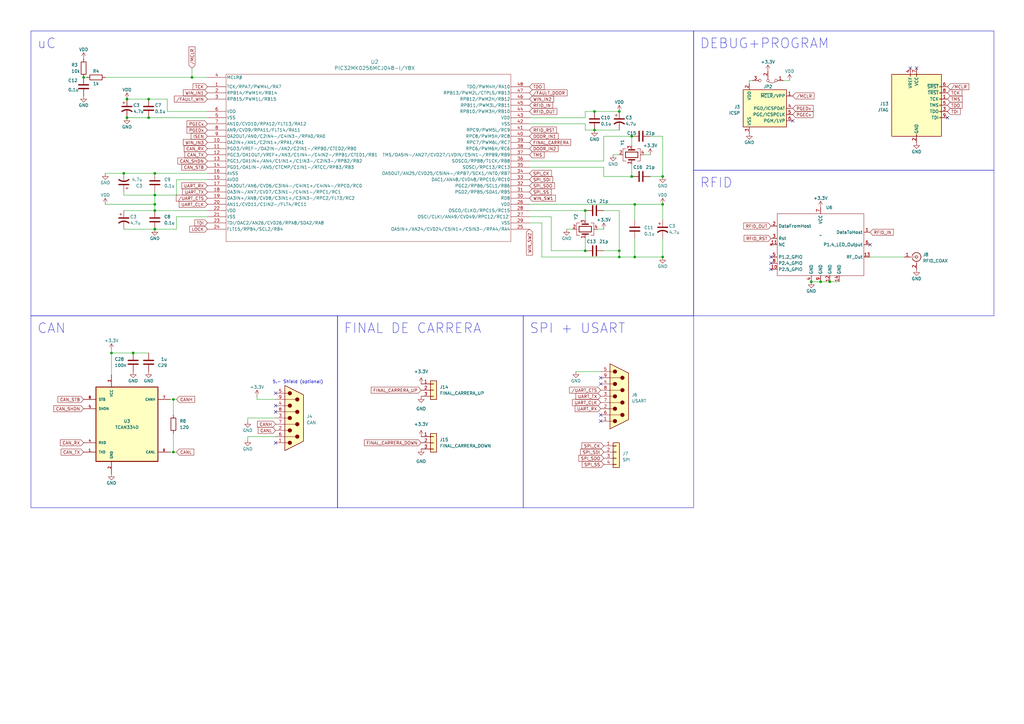
<source format=kicad_sch>
(kicad_sch (version 20230121) (generator eeschema)
  (paper "A3")
  (lib_symbols
    (symbol "Connector:AVR-JTAG-10" (pin_names (offset 1.016))
      (property "Reference" "J" (at -8.89 13.97 0))
      (property "Value" "AVR-JTAG-10" (at 1.27 13.97 0))
      (symbol "AVR-JTAG-10_0_1"
        (rectangle (start -2.667 12.7) (end -2.413 11.938))
        (rectangle (start -0.127 -11.938) (end 0.127 -12.7))
        (rectangle (start -0.127 12.7) (end 0.127 11.938))
        (rectangle (start 10.16 -4.953) (end 9.398 -5.207))
        (rectangle (start 10.16 -2.413) (end 9.398 -2.667))
        (rectangle (start 10.16 0.127) (end 9.398 -0.127))
        (rectangle (start 10.16 2.667) (end 9.398 2.413))
        (rectangle (start 10.16 5.207) (end 9.398 4.953))
        (rectangle (start 10.16 7.747) (end 9.398 7.493))
        (rectangle (start 10.16 12.7) (end -10.16 -12.7) (stroke (width 0.254)) (fill (type background)))
      )
      (symbol "AVR-JTAG-10_1_1"
        (pin passive line (at 12.7 2.54 180) (length 2.54) (name "TCK") (number "1"))
        (pin passive line (at 0 -15.24 90) (length 2.54) hide (name "GND") (number "10"))
        (pin passive line (at 0 -15.24 90) (length 2.54) (name "GND") (number "2"))
        (pin passive line (at 12.7 -2.54 180) (length 2.54) (name "TDO") (number "3"))
        (pin passive line (at -2.54 15.24 270) (length 2.54) (name "VREF") (number "4"))
        (pin passive line (at 12.7 0 180) (length 2.54) (name "TMS") (number "5"))
        (pin passive line (at 12.7 7.62 180) (length 2.54) (name "~{SRST}") (number "6"))
        (pin passive line (at 0 15.24 270) (length 2.54) (name "VCC") (number "7"))
        (pin passive line (at 12.7 5.08 180) (length 2.54) (name "~{TRST}") (number "8"))
        (pin passive line (at 12.7 -5.08 180) (length 2.54) (name "TDI") (number "9"))
      )
    )
    (symbol "Connector:Conn_Coaxial" (pin_names (offset 1.016) hide)
      (property "Reference" "J" (at 0.254 3.048 0))
      (property "Value" "Conn_Coaxial" (at 2.921 0 90))
      (symbol "Conn_Coaxial_0_1"
        (arc (start -1.778 -0.508) (mid 0.2311 -1.8066) (end 1.778 0) (stroke (width 0.254)))
        (polyline (pts (xy -2.54 0) (xy -0.508 0)))
        (polyline (pts (xy 0 -2.54) (xy 0 -1.778)))
        (circle (center 0 0) (radius 0.508) (stroke (width 0.2032)))
        (arc (start 1.778 0) (mid 0.2099 1.8101) (end -1.778 0.508) (stroke (width 0.254)))
      )
      (symbol "Conn_Coaxial_1_1"
        (pin passive line (at -5.08 0 0) (length 2.54) (name "In") (number "1"))
        (pin passive line (at 0 -5.08 90) (length 2.54) (name "Ext") (number "2"))
      )
    )
    (symbol "Connector:Conn_PIC_ICSP_ICD"
      (property "Reference" "J" (at 6.35 8.89 0))
      (property "Value" "Conn_PIC_ICSP_ICD" (at -8.89 -1.27 90))
      (symbol "Conn_PIC_ICSP_ICD_0_1"
        (rectangle (start -7.62 7.62) (end 10.16 -7.62) (stroke (width 0.254)) (fill (type background)))
      )
      (symbol "Conn_PIC_ICSP_ICD_1_1"
        (pin passive line (at 12.7 5.08 180) (length 2.54) (name "~{MCLR}/VPP") (number "1"))
        (pin passive line (at -5.08 10.16 270) (length 2.54) (name "VDD") (number "2"))
        (pin power_in line (at -5.08 -10.16 90) (length 2.54) (name "VSS") (number "3"))
        (pin bidirectional line (at 12.7 0 180) (length 2.54) (name "PGD/ICSPDAT") (number "4"))
        (pin output line (at 12.7 -2.54 180) (length 2.54) (name "PGC/ICSPCLK") (number "5"))
        (pin output line (at 12.7 -5.08 180) (length 2.54) (name "PGM/LVP") (number "6"))
      )
    )
    (symbol "Connector:DE9_Plug" (pin_names (offset 1.016) hide)
      (property "Reference" "J" (at 0 13.97 0))
      (property "Value" "DE9_Plug" (at 0 -14.605 0))
      (symbol "DE9_Plug_0_1"
        (circle (center -1.778 -10.16) (radius 0.762) (fill (type outline)))
        (circle (center -1.778 -5.08) (radius 0.762) (fill (type outline)))
        (circle (center -1.778 0) (radius 0.762) (fill (type outline)))
        (circle (center -1.778 5.08) (radius 0.762) (fill (type outline)))
        (circle (center -1.778 10.16) (radius 0.762) (fill (type outline)))
        (polyline (pts (xy -3.81 -10.16) (xy -2.54 -10.16)))
        (polyline (pts (xy -3.81 -7.62) (xy 0.508 -7.62)))
        (polyline (pts (xy -3.81 -5.08) (xy -2.54 -5.08)))
        (polyline (pts (xy -3.81 -2.54) (xy 0.508 -2.54)))
        (polyline (pts (xy -3.81 0) (xy -2.54 0)))
        (polyline (pts (xy -3.81 2.54) (xy 0.508 2.54)))
        (polyline (pts (xy -3.81 5.08) (xy -2.54 5.08)))
        (polyline (pts (xy -3.81 7.62) (xy 0.508 7.62)))
        (polyline (pts (xy -3.81 10.16) (xy -2.54 10.16)))
        (polyline (pts (xy -3.81 -13.335) (xy -3.81 13.335) (xy 3.81 9.525) (xy 3.81 -9.525) (xy -3.81 -13.335)) (stroke (width 0.254)) (fill (type background)))
        (circle (center 1.27 -7.62) (radius 0.762) (fill (type outline)))
        (circle (center 1.27 -2.54) (radius 0.762) (fill (type outline)))
        (circle (center 1.27 2.54) (radius 0.762) (fill (type outline)))
        (circle (center 1.27 7.62) (radius 0.762) (fill (type outline)))
      )
      (symbol "DE9_Plug_1_1"
        (pin passive line (at -7.62 -10.16 0) (length 3.81) (name "1") (number "1"))
        (pin passive line (at -7.62 -5.08 0) (length 3.81) (name "2") (number "2"))
        (pin passive line (at -7.62 0 0) (length 3.81) (name "3") (number "3"))
        (pin passive line (at -7.62 5.08 0) (length 3.81) (name "4") (number "4"))
        (pin passive line (at -7.62 10.16 0) (length 3.81) (name "5") (number "5"))
        (pin passive line (at -7.62 -7.62 0) (length 3.81) (name "6") (number "6"))
        (pin passive line (at -7.62 -2.54 0) (length 3.81) (name "7") (number "7"))
        (pin passive line (at -7.62 2.54 0) (length 3.81) (name "8") (number "8"))
        (pin passive line (at -7.62 7.62 0) (length 3.81) (name "9") (number "9"))
      )
    )
    (symbol "Connector_Generic:Conn_01x03" (pin_names (offset 1.016) hide)
      (property "Reference" "J" (at 0 5.08 0))
      (property "Value" "Conn_01x03" (at 0 -5.08 0))
      (symbol "Conn_01x03_1_1"
        (rectangle (start -1.27 -2.413) (end 0 -2.667) (stroke (width 0.1524)))
        (rectangle (start -1.27 0.127) (end 0 -0.127) (stroke (width 0.1524)))
        (rectangle (start -1.27 2.667) (end 0 2.413) (stroke (width 0.1524)))
        (rectangle (start -1.27 3.81) (end 1.27 -3.81) (stroke (width 0.254)) (fill (type background)))
        (pin passive line (at -5.08 2.54 0) (length 3.81) (name "Pin_1") (number "1"))
        (pin passive line (at -5.08 0 0) (length 3.81) (name "Pin_2") (number "2"))
        (pin passive line (at -5.08 -2.54 0) (length 3.81) (name "Pin_3") (number "3"))
      )
    )
    (symbol "Connector_Generic:Conn_01x04" (pin_names (offset 1.016) hide)
      (property "Reference" "J" (at 0 5.08 0))
      (property "Value" "Conn_01x04" (at 0 -7.62 0))
      (symbol "Conn_01x04_1_1"
        (rectangle (start -1.27 -4.953) (end 0 -5.207) (stroke (width 0.1524)))
        (rectangle (start -1.27 -2.413) (end 0 -2.667) (stroke (width 0.1524)))
        (rectangle (start -1.27 0.127) (end 0 -0.127) (stroke (width 0.1524)))
        (rectangle (start -1.27 2.667) (end 0 2.413) (stroke (width 0.1524)))
        (rectangle (start -1.27 3.81) (end 1.27 -6.35) (stroke (width 0.254)) (fill (type background)))
        (pin passive line (at -5.08 2.54 0) (length 3.81) (name "Pin_1") (number "1"))
        (pin passive line (at -5.08 0 0) (length 3.81) (name "Pin_2") (number "2"))
        (pin passive line (at -5.08 -2.54 0) (length 3.81) (name "Pin_3") (number "3"))
        (pin passive line (at -5.08 -5.08 0) (length 3.81) (name "Pin_4") (number "4"))
      )
    )
    (symbol "DLP-RFID2:DLP-RFID2"
      (property "Reference" "U6" (at 2.1941 15.24 0))
      (property "Value" "~" (at 0 3.81 0))
      (symbol "DLP-RFID2_0_0"
        (pin output line (at 20.32 5.08 180) (length 2.54) (name "DataToHost") (number "1"))
        (pin bidirectional line (at -20.32 -10.16 0) (length 2.54) (name "P2.5_GPIO") (number "10"))
        (pin no_connect line (at -20.32 0 0) (length 2.54) (name "NC") (number "11"))
        (pin output line (at 3.81 -15.24 90) (length 2.54) (name "GND") (number "12"))
        (pin output line (at 20.32 -5.08 180) (length 2.54) (name "RF_Out") (number "13"))
        (pin output line (at 7.62 -15.24 90) (length 2.54) (name "GND") (number "14"))
        (pin input line (at -20.32 7.62 0) (length 2.54) (name "DataFromHost") (number "2"))
        (pin input line (at -20.32 2.54 0) (length 2.54) (name "Rst") (number "3"))
        (pin output line (at -3.81 -15.24 90) (length 2.54) (name "GND") (number "4"))
        (pin bidirectional line (at -20.32 -5.08 0) (length 2.54) (name "P1.2_GPIO") (number "5"))
        (pin output line (at 20.32 0 180) (length 2.54) (name "P1.4_LED_Output") (number "6"))
        (pin input line (at 0 15.24 270) (length 2.54) (name "VCC") (number "7"))
        (pin bidirectional line (at -20.32 -7.62 0) (length 2.54) (name "P2.4_GPIO") (number "8"))
      )
      (symbol "DLP-RFID2_0_1"
        (rectangle (start -17.78 12.7) (end 17.78 -12.7))
      )
      (symbol "DLP-RFID2_1_0"
        (pin output line (at 0 -15.24 90) (length 2.54) (name "GND") (number "9"))
      )
    )
    (symbol "Device:C" (pin_numbers hide) (pin_names (offset 0.254))
      (property "Reference" "C" (at 0.635 2.54 0))
      (property "Value" "C" (at 0.635 -2.54 0))
      (symbol "C_0_1"
        (polyline (pts (xy -2.032 -0.762) (xy 2.032 -0.762)) (stroke (width 0.508)))
        (polyline (pts (xy -2.032 0.762) (xy 2.032 0.762)) (stroke (width 0.508)))
      )
      (symbol "C_1_1"
        (pin passive line (at 0 3.81 270) (length 2.794) (name "~") (number "1"))
        (pin passive line (at 0 -3.81 90) (length 2.794) (name "~") (number "2"))
      )
    )
    (symbol "Device:C_Polarized_US" (pin_numbers hide) (pin_names (offset 0.254) hide)
      (property "Reference" "C" (at 0.635 2.54 0))
      (property "Value" "C_Polarized_US" (at 0.635 -2.54 0))
      (symbol "C_Polarized_US_0_1"
        (polyline (pts (xy -2.032 0.762) (xy 2.032 0.762)) (stroke (width 0.508)))
        (polyline (pts (xy -1.778 2.286) (xy -0.762 2.286)))
        (polyline (pts (xy -1.27 1.778) (xy -1.27 2.794)))
        (arc (start 2.032 -1.27) (mid 0 -0.5572) (end -2.032 -1.27) (stroke (width 0.508)))
      )
      (symbol "C_Polarized_US_1_1"
        (pin passive line (at 0 3.81 270) (length 2.794) (name "~") (number "1"))
        (pin passive line (at 0 -3.81 90) (length 3.302) (name "~") (number "2"))
      )
    )
    (symbol "Device:Crystal_GND24" (pin_names (offset 1.016) hide)
      (property "Reference" "Y" (at 3.175 5.08 0))
      (property "Value" "Crystal_GND24" (at 3.175 3.175 0))
      (symbol "Crystal_GND24_0_1"
        (rectangle (start -1.143 2.54) (end 1.143 -2.54) (stroke (width 0.3048)))
        (polyline (pts (xy -2.54 0) (xy -2.032 0)))
        (polyline (pts (xy -2.032 -1.27) (xy -2.032 1.27)) (stroke (width 0.508)))
        (polyline (pts (xy 0 -3.81) (xy 0 -3.556)))
        (polyline (pts (xy 0 3.556) (xy 0 3.81)))
        (polyline (pts (xy 2.032 -1.27) (xy 2.032 1.27)) (stroke (width 0.508)))
        (polyline (pts (xy 2.032 0) (xy 2.54 0)))
        (polyline (pts (xy -2.54 -2.286) (xy -2.54 -3.556) (xy 2.54 -3.556) (xy 2.54 -2.286)))
        (polyline (pts (xy -2.54 2.286) (xy -2.54 3.556) (xy 2.54 3.556) (xy 2.54 2.286)))
      )
      (symbol "Crystal_GND24_1_1"
        (pin passive line (at -3.81 0 0) (length 1.27) (name "1") (number "1"))
        (pin passive line (at 0 5.08 270) (length 1.27) (name "2") (number "2"))
        (pin passive line (at 3.81 0 180) (length 1.27) (name "3") (number "3"))
        (pin passive line (at 0 -5.08 90) (length 1.27) (name "4") (number "4"))
      )
    )
    (symbol "Device:R" (pin_numbers hide) (pin_names (offset 0))
      (property "Reference" "R" (at 2.032 0 90))
      (property "Value" "R" (at 0 0 90))
      (symbol "R_0_1"
        (rectangle (start -1.016 -2.54) (end 1.016 2.54) (stroke (width 0.254)))
      )
      (symbol "R_1_1"
        (pin passive line (at 0 3.81 270) (length 1.27) (name "~") (number "1"))
        (pin passive line (at 0 -3.81 90) (length 1.27) (name "~") (number "2"))
      )
    )
    (symbol "Jumper:Jumper_3_Bridged12" (pin_names (offset 0) hide)
      (property "Reference" "JP" (at -2.54 -2.54 0))
      (property "Value" "Jumper_3_Bridged12" (at 0 2.794 0))
      (symbol "Jumper_3_Bridged12_0_0"
        (circle (center -3.302 0) (radius 0.508))
        (circle (center 0 0) (radius 0.508))
        (circle (center 3.302 0) (radius 0.508))
      )
      (symbol "Jumper_3_Bridged12_0_1"
        (arc (start -0.254 0.508) (mid -1.651 0.9912) (end -3.048 0.508))
        (polyline (pts (xy 0 -1.27) (xy 0 -0.508)))
      )
      (symbol "Jumper_3_Bridged12_1_1"
        (pin passive line (at -6.35 0 0) (length 2.54) (name "A") (number "1"))
        (pin passive line (at 0 -3.81 90) (length 2.54) (name "C") (number "2"))
        (pin passive line (at 6.35 0 180) (length 2.54) (name "B") (number "3"))
      )
    )
    (symbol "PIC32MK0256MCJ048-I-Y8X:PIC32MK0256MCJ048-I_Y8X" (pin_names (offset 0.254))
      (property "Reference" "U2" (at 68.58 10.16 0))
      (property "Value" "PIC32MK0256MCJ048-I/Y8X" (at 68.58 7.62 0))
      (symbol "PIC32MK0256MCJ048-I_Y8X_0_1"
        (polyline (pts (xy 7.62 -63.5) (xy 124.46 -63.5)) (stroke (width 0.127)))
        (polyline (pts (xy 7.62 5.08) (xy 7.62 -63.5)) (stroke (width 0.127)))
        (polyline (pts (xy 124.46 -63.5) (xy 124.46 5.08)) (stroke (width 0.127)))
        (polyline (pts (xy 124.46 5.08) (xy 7.62 5.08)) (stroke (width 0.127)))
        (pin bidirectional line (at 0 0 0) (length 7.62) (name "TCK/RPA7/PWM4L/RA7") (number "1"))
        (pin bidirectional line (at 0 -22.86 0) (length 7.62) (name "OA2IN+/AN1/C2IN1+/RPA1/RA1") (number "10"))
        (pin bidirectional line (at 0 -25.4 0) (length 7.62) (name "PGD3/VREF-/OA2IN-/AN2/C2IN1-/RPB0/CTED2/RB0") (number "11"))
        (pin bidirectional line (at 0 -27.94 0) (length 7.62) (name "PGC3/OA1OUT/VREF+/AN3/C1IN4-/C4IN2-/RPB1/CTED1/RB1") (number "12"))
        (pin bidirectional line (at 0 -30.48 0) (length 7.62) (name "PGC1/OA1IN+/AN4/C1IN1+/C1IN3-/C2IN3-/RPB2/RB2") (number "13"))
        (pin bidirectional line (at 0 -33.02 0) (length 7.62) (name "PGD1/OA1IN-/AN5/CTCMP/C1IN1-/RTCC/RPB3/RB3") (number "14"))
        (pin power_in line (at 0 -38.1 0) (length 7.62) (name "AVDD") (number "15"))
        (pin power_out line (at 0 -35.56 0) (length 7.62) (name "AVSS") (number "16"))
        (pin bidirectional line (at 0 -40.64 0) (length 7.62) (name "OA3OUT/AN6/CVD6/C3IN4-/C4IN1+/C4IN4-/RPC0/RC0") (number "17"))
        (pin bidirectional line (at 0 -43.18 0) (length 7.62) (name "OA3IN-/AN7/CVD7/C3IN1-/C4IN1-/RPC1/RC1") (number "18"))
        (pin bidirectional line (at 0 -45.72 0) (length 7.62) (name "OA3IN+/AN8/CVD8/C3IN1+/C3IN3-/RPC2/FLT3/RC2") (number "19"))
        (pin bidirectional line (at 0 -2.54 0) (length 7.62) (name "RPB14/PWM1H/RB14") (number "2"))
        (pin bidirectional line (at 0 -48.26 0) (length 7.62) (name "AN11/CVD11/C1IN2-/FLT4/RC11") (number "20"))
        (pin power_out line (at 0 -53.34 0) (length 7.62) (name "VSS") (number "21"))
        (pin power_in line (at 0 -50.8 0) (length 7.62) (name "VDD") (number "22"))
        (pin bidirectional line (at 0 -55.88 0) (length 7.62) (name "TDI/DAC2/AN26/CVD26/RPA8/SDA2/RA8") (number "23"))
        (pin bidirectional line (at 0 -58.42 0) (length 7.62) (name "FLT15/RPB4/SCL2/RB4") (number "24"))
        (pin bidirectional line (at 132.08 -58.42 180) (length 7.62) (name "OA5IN+/AN24/CVD24/C5IN1+/C5IN3-/RPA4/RA4") (number "25"))
        (pin power_in line (at 132.08 -48.26 180) (length 7.62) (name "VDD") (number "26"))
        (pin bidirectional line (at 132.08 -53.34 180) (length 7.62) (name "OSCI/CLKI/AN49/CVD49/RPC12/RC12'") (number "27"))
        (pin bidirectional line (at 132.08 -50.8 180) (length 7.62) (name "OSCO/CLKO/RPC15/RC15") (number "28"))
        (pin power_out line (at 132.08 -55.88 180) (length 7.62) (name "VSS") (number "29"))
        (pin bidirectional line (at 0 -5.08 0) (length 7.62) (name "RPB15/PWM1L/RB15") (number "3"))
        (pin bidirectional line (at 132.08 -45.72 180) (length 7.62) (name "RD8") (number "30"))
        (pin bidirectional line (at 132.08 -43.18 180) (length 7.62) (name "PGD2/RPB5/SDA1/RB5") (number "31"))
        (pin bidirectional line (at 132.08 -40.64 180) (length 7.62) (name "PGC2/RPB6/SCL1/RB6") (number "32"))
        (pin bidirectional line (at 132.08 -38.1 180) (length 7.62) (name "DAC1/AN48/CVD48/RPC10/RC10") (number "33"))
        (pin bidirectional line (at 132.08 -35.56 180) (length 7.62) (name "OA5OUT/AN25/CVD25/C5IN4-/RPB7/SCK1/INT0/RB7") (number "34"))
        (pin bidirectional line (at 132.08 -33.02 180) (length 7.62) (name "SOSCI/RPC13/RC13") (number "35"))
        (pin bidirectional line (at 132.08 -30.48 180) (length 7.62) (name "SOSCO/RPB8/T1CK/RB8") (number "36"))
        (pin bidirectional line (at 132.08 -27.94 180) (length 7.62) (name "TMS/OA5IN-/AN27/CVD27/LVDIN/C5IN1-/RPB9/RB9") (number "37"))
        (pin bidirectional line (at 132.08 -25.4 180) (length 7.62) (name "RPC6/PWM6H/RC6") (number "38"))
        (pin bidirectional line (at 132.08 -22.86 180) (length 7.62) (name "RPC7/PWM6L/RC7") (number "39"))
        (pin input line (at 0 3.81 0) (length 7.62) (name "MCLR#") (number "4"))
        (pin bidirectional line (at 132.08 -20.32 180) (length 7.62) (name "RPC8/PWM5H/RC8") (number "40"))
        (pin bidirectional line (at 132.08 -17.78 180) (length 7.62) (name "RPC9/PWM5L/RC9") (number "41"))
        (pin power_out line (at 132.08 -15.24 180) (length 7.62) (name "VSS") (number "42"))
        (pin power_in line (at 132.08 -12.7 180) (length 7.62) (name "VDD") (number "43"))
        (pin bidirectional line (at 132.08 -10.16 180) (length 7.62) (name "RPB10/PWM3H/RB10") (number "44"))
        (pin bidirectional line (at 132.08 -7.62 180) (length 7.62) (name "RPB11/PWM3L/RB11") (number "45"))
        (pin bidirectional line (at 132.08 -5.08 180) (length 7.62) (name "RPB12/PWM2H/RB12") (number "46"))
        (pin bidirectional line (at 132.08 -2.54 180) (length 7.62) (name "RPB13/PWM2L/CTPLS/RB13") (number "47"))
        (pin bidirectional line (at 132.08 0 180) (length 7.62) (name "TDO/PWM4H/RA10") (number "48"))
        (pin power_out line (at 0 -12.7 0) (length 7.62) (name "VSS") (number "5"))
        (pin power_in line (at 0 -10.16 0) (length 7.62) (name "VDD") (number "6"))
        (pin bidirectional line (at 0 -15.24 0) (length 7.62) (name "AN10/CVD10/RPA12/FLT13/RA12") (number "7"))
        (pin bidirectional line (at 0 -17.78 0) (length 7.62) (name "AN9/CVD9/RPA11/FLT14/RA11") (number "8"))
        (pin bidirectional line (at 0 -20.32 0) (length 7.62) (name "OA2OUT/AN0/C2IN4-/C4IN3-/RPA0/RA0") (number "9"))
      )
    )
    (symbol "TCAN3413DR:TCAN334D" (pin_names (offset 1.016))
      (property "Reference" "U3" (at 0 19.05 0))
      (property "Value" "TCAN334D" (at 0 16.51 0))
      (symbol "TCAN334D_0_0"
        (rectangle (start -12.7 15.24) (end 12.7 -15.24) (stroke (width 0.41)) (fill (type background)))
        (pin input line (at -17.78 -11.43 0) (length 5.08) (name "TXD") (number "1"))
        (pin power_in line (at -6.35 -20.32 90) (length 5.08) (name "GND") (number "2"))
        (pin power_in line (at -6.35 20.32 270) (length 5.08) (name "VCC") (number "3"))
        (pin output line (at -17.78 -7.62 0) (length 5.08) (name "RXD") (number "4"))
        (pin input line (at -17.78 6.35 0) (length 5.08) (name "SHDN") (number "5"))
        (pin bidirectional line (at 17.78 -11.43 180) (length 5.08) (name "CANL") (number "6"))
        (pin bidirectional line (at 17.78 10.16 180) (length 5.08) (name "CANH") (number "7"))
        (pin input line (at -17.78 10.16 0) (length 5.08) (name "STB") (number "8"))
      )
    )
    (symbol "power:+3.3V" (power) (pin_names (offset 0))
      (property "Value" "+3.3V" (at 0 3.556 0))
      (symbol "+3.3V_0_1"
        (polyline (pts (xy -0.762 1.27) (xy 0 2.54)))
        (polyline (pts (xy 0 0) (xy 0 2.54)))
        (polyline (pts (xy 0 2.54) (xy 0.762 1.27)))
      )
      (symbol "+3.3V_1_1"
        (pin power_in line (at 0 0 90) (length 0) hide (name "+3.3V") (number "1"))
      )
    )
    (symbol "power:GND" (power) (pin_names (offset 0))
      (property "Value" "GND" (at 0 -3.81 0))
      (symbol "GND_0_1"
        (polyline (pts (xy 0 0) (xy 0 -1.27) (xy 1.27 -1.27) (xy 0 -2.54) (xy -1.27 -1.27) (xy 0 -1.27)))
      )
      (symbol "GND_1_1"
        (pin power_in line (at 0 0 270) (length 0) hide (name "GND") (number "1"))
      )
    )
    (symbol "power:VDD" (power) (pin_names (offset 0))
      (property "Value" "VDD" (at 0 3.81 0))
      (symbol "VDD_0_1"
        (polyline (pts (xy -0.762 1.27) (xy 0 2.54)))
        (polyline (pts (xy 0 0) (xy 0 2.54)))
        (polyline (pts (xy 0 2.54) (xy 0.762 1.27)))
      )
      (symbol "VDD_1_1"
        (pin power_in line (at 0 0 90) (length 0) hide (name "VDD") (number "1"))
      )
    )
  )
  (junction (at 260.35 105.41))
  (junction (at 63.5 71.12))
  (junction (at 71.12 185.42))
  (junction (at 63.5 93.98))
  (junction (at 60.96 40.64))
  (junction (at 50.8 71.12))
  (junction (at 54.61 144.78))
  (junction (at 243.84 53.34))
  (junction (at 254 45.72))
  (junction (at 240.03 86.36))
  (junction (at 336.55 115.57))
  (junction (at 63.5 86.36))
  (junction (at 45.72 144.78))
  (junction (at 243.84 45.72))
  (junction (at 52.07 40.64))
  (junction (at 71.12 163.83))
  (junction (at 259.08 72.39))
  (junction (at 34.29 31.75))
  (junction (at 259.08 55.88))
  (junction (at 254 105.41))
  (junction (at 240.03 102.87))
  (junction (at 52.07 48.26))
  (junction (at 254 102.87))
  (junction (at 260.35 83.82))
  (junction (at 78.74 31.75))
  (junction (at 271.78 105.41))
  (junction (at 63.5 80.01))
  (junction (at 60.96 48.26))
  (junction (at 340.36 115.57))
  (junction (at 63.5 83.82))
  (junction (at 271.78 83.82))
  (junction (at 271.78 72.39))
  (junction (at 332.74 115.57))
  (no_connect (at 246.38 154.94))
  (no_connect (at 246.38 157.48))
  (no_connect (at 113.03 168.91))
  (no_connect (at 325.12 49.53))
  (no_connect (at 246.38 172.72))
  (no_connect (at 113.03 161.29))
  (no_connect (at 375.92 27.94))
  (no_connect (at 113.03 181.61))
  (no_connect (at 316.23 105.41))
  (no_connect (at 246.38 170.18))
  (no_connect (at 356.87 100.33))
  (no_connect (at 316.23 110.49))
  (no_connect (at 316.23 107.95))
  (no_connect (at 113.03 166.37))
  (no_connect (at 388.62 48.26))
  (no_connect (at 373.38 27.94))
  (wire (pts (xy 307.34 33.02) (xy 307.34 34.29)))
  (wire (pts (xy 63.5 83.82) (xy 63.5 86.36)))
  (wire (pts (xy 45.72 143.51) (xy 45.72 144.78)))
  (wire (pts (xy 101.6 171.45) (xy 101.6 172.72)))
  (wire (pts (xy 50.8 93.98) (xy 63.5 93.98)))
  (wire (pts (xy 52.07 48.26) (xy 60.96 48.26)))
  (wire (pts (xy 54.61 144.78) (xy 60.96 144.78)))
  (wire (pts (xy 63.5 80.01) (xy 63.5 78.74)))
  (wire (pts (xy 113.03 179.07) (xy 101.6 179.07)))
  (wire (pts (xy 71.12 185.42) (xy 69.85 185.42)))
  (wire (pts (xy 247.65 72.39) (xy 247.65 68.58)))
  (wire (pts (xy 240.03 86.36) (xy 240.03 90.17)))
  (wire (pts (xy 217.17 86.36) (xy 240.03 86.36)))
  (wire (pts (xy 308.61 33.02) (xy 307.34 33.02)))
  (wire (pts (xy 217.17 83.82) (xy 260.35 83.82)))
  (wire (pts (xy 259.08 72.39) (xy 259.08 67.31)))
  (wire (pts (xy 232.41 93.98) (xy 234.95 93.98)))
  (wire (pts (xy 63.5 86.36) (xy 85.09 86.36)))
  (wire (pts (xy 247.65 72.39) (xy 259.08 72.39)))
  (wire (pts (xy 260.35 83.82) (xy 260.35 90.17)))
  (wire (pts (xy 266.7 55.88) (xy 271.78 55.88)))
  (wire (pts (xy 71.12 163.83) (xy 69.85 163.83)))
  (wire (pts (xy 217.17 68.58) (xy 247.65 68.58)))
  (wire (pts (xy 217.17 91.44) (xy 222.25 91.44)))
  (wire (pts (xy 52.07 40.64) (xy 60.96 40.64)))
  (wire (pts (xy 247.65 55.88) (xy 247.65 66.04)))
  (wire (pts (xy 271.78 105.41) (xy 260.35 105.41)))
  (wire (pts (xy 72.39 163.83) (xy 71.12 163.83)))
  (wire (pts (xy 217.17 66.04) (xy 247.65 66.04)))
  (wire (pts (xy 217.17 48.26) (xy 240.03 48.26)))
  (wire (pts (xy 323.85 33.02) (xy 321.31 33.02)))
  (wire (pts (xy 105.41 163.83) (xy 113.03 163.83)))
  (wire (pts (xy 226.06 102.87) (xy 240.03 102.87)))
  (wire (pts (xy 50.8 86.36) (xy 63.5 86.36)))
  (wire (pts (xy 222.25 91.44) (xy 222.25 105.41)))
  (wire (pts (xy 72.39 73.66) (xy 85.09 73.66)))
  (wire (pts (xy 43.18 83.82) (xy 63.5 83.82)))
  (wire (pts (xy 240.03 102.87) (xy 240.03 97.79)))
  (wire (pts (xy 271.78 55.88) (xy 271.78 72.39)))
  (wire (pts (xy 50.8 80.01) (xy 63.5 80.01)))
  (wire (pts (xy 60.96 48.26) (xy 85.09 48.26)))
  (wire (pts (xy 72.39 88.9) (xy 72.39 93.98)))
  (wire (pts (xy 240.03 53.34) (xy 243.84 53.34)))
  (wire (pts (xy 236.22 152.4) (xy 246.38 152.4)))
  (wire (pts (xy 78.74 27.94) (xy 78.74 31.75)))
  (wire (pts (xy 78.74 31.75) (xy 85.09 31.75)))
  (wire (pts (xy 113.03 171.45) (xy 101.6 171.45)))
  (wire (pts (xy 63.5 80.01) (xy 63.5 83.82)))
  (wire (pts (xy 336.55 115.57) (xy 340.36 115.57)))
  (wire (pts (xy 271.78 97.79) (xy 271.78 105.41)))
  (wire (pts (xy 105.41 162.56) (xy 105.41 163.83)))
  (wire (pts (xy 254 86.36) (xy 254 102.87)))
  (wire (pts (xy 243.84 45.72) (xy 254 45.72)))
  (wire (pts (xy 247.65 93.98) (xy 245.11 93.98)))
  (wire (pts (xy 254 102.87) (xy 254 105.41)))
  (wire (pts (xy 50.8 78.74) (xy 50.8 80.01)))
  (wire (pts (xy 45.72 144.78) (xy 54.61 144.78)))
  (wire (pts (xy 63.5 80.01) (xy 72.39 80.01)))
  (wire (pts (xy 72.39 88.9) (xy 85.09 88.9)))
  (wire (pts (xy 50.8 71.12) (xy 63.5 71.12)))
  (wire (pts (xy 72.39 185.42) (xy 71.12 185.42)))
  (wire (pts (xy 217.17 88.9) (xy 226.06 88.9)))
  (wire (pts (xy 222.25 105.41) (xy 254 105.41)))
  (wire (pts (xy 72.39 80.01) (xy 72.39 73.66)))
  (wire (pts (xy 243.84 53.34) (xy 254 53.34)))
  (wire (pts (xy 356.87 105.41) (xy 370.84 105.41)))
  (wire (pts (xy 43.18 71.12) (xy 50.8 71.12)))
  (wire (pts (xy 63.5 71.12) (xy 85.09 71.12)))
  (wire (pts (xy 45.72 144.78) (xy 45.72 153.67)))
  (wire (pts (xy 240.03 48.26) (xy 240.03 45.72)))
  (wire (pts (xy 101.6 179.07) (xy 101.6 180.34)))
  (wire (pts (xy 71.12 177.8) (xy 71.12 185.42)))
  (wire (pts (xy 254 105.41) (xy 260.35 105.41)))
  (wire (pts (xy 260.35 105.41) (xy 260.35 97.79)))
  (wire (pts (xy 60.96 40.64) (xy 68.58 40.64)))
  (wire (pts (xy 266.7 63.5) (xy 264.16 63.5)))
  (wire (pts (xy 247.65 86.36) (xy 254 86.36)))
  (wire (pts (xy 217.17 50.8) (xy 240.03 50.8)))
  (wire (pts (xy 271.78 83.82) (xy 260.35 83.82)))
  (wire (pts (xy 251.46 63.5) (xy 254 63.5)))
  (wire (pts (xy 71.12 163.83) (xy 71.12 170.18)))
  (wire (pts (xy 226.06 88.9) (xy 226.06 102.87)))
  (wire (pts (xy 240.03 45.72) (xy 243.84 45.72)))
  (wire (pts (xy 68.58 45.72) (xy 85.09 45.72)))
  (wire (pts (xy 247.65 102.87) (xy 254 102.87)))
  (wire (pts (xy 271.78 83.82) (xy 271.78 90.17)))
  (wire (pts (xy 332.74 115.57) (xy 336.55 115.57)))
  (wire (pts (xy 68.58 40.64) (xy 68.58 45.72)))
  (wire (pts (xy 247.65 55.88) (xy 259.08 55.88)))
  (wire (pts (xy 34.29 31.75) (xy 35.56 31.75)))
  (wire (pts (xy 340.36 115.57) (xy 344.17 115.57)))
  (wire (pts (xy 43.18 31.75) (xy 78.74 31.75)))
  (wire (pts (xy 266.7 72.39) (xy 271.78 72.39)))
  (wire (pts (xy 240.03 50.8) (xy 240.03 53.34)))
  (wire (pts (xy 259.08 55.88) (xy 259.08 59.69)))
  (wire (pts (xy 72.39 93.98) (xy 63.5 93.98)))
  (rectangle (start 284.48 69.85) (end 407.67 129.54))
  (rectangle (start 138.43 129.54) (end 214.63 208.28))
  (rectangle (start 12.7 129.54) (end 138.43 208.28))
  (rectangle (start 284.48 12.7) (end 407.67 69.85))
  (rectangle (start 214.63 129.54) (end 284.48 208.28))
  (rectangle (start 12.7 12.7) (end 284.48 129.54))
  (text "5.- Shield (optional)" (at 111.76 157.48 0) (effects (font (size 1.27 1.27)) (justify left bottom)))
  (text "CAN" (at 15.24 137.16 0) (effects (font (size 4 4)) (justify left bottom)))
  (text "RFID" (at 287.02 77.47 0) (effects (font (size 4 4)) (justify left bottom)))
  (text "FINAL DE CARRERA" (at 140.97 137.16 0) (effects (font (size 4 4)) (justify left bottom)))
  (text "SPI + USART" (at 217.17 137.16 0) (effects (font (size 4 4)) (justify left bottom)))
  (text "DEBUG+PROGRAM" (at 287.02 20.32 0) (effects (font (size 4 4)) (justify left bottom)))
  (text "uC" (at 15.24 20.32 0) (effects (font (size 4 4)) (justify left bottom)))
  (global_label "CAN_TX" (shape input) (at 34.29 185.42 180) (property "Intersheetrefs" "${INTERSHEET_REFS}" (effects hide)))
  (global_label "PGECx" (shape input) (at 85.09 50.8 180) (property "Intersheetrefs" "${INTERSHEET_REFS}" (effects hide)))
  (global_label "SPI_SS" (shape input) (at 247.65 190.5 180) (property "Intersheetrefs" "${INTERSHEET_REFS}" (effects hide)))
  (global_label "RFID_IN" (shape input) (at 217.17 43.18 0) (property "Intersheetrefs" "${INTERSHEET_REFS}" (effects hide)))
  (global_label "SPI_SDI" (shape input) (at 247.65 185.42 180) (property "Intersheetrefs" "${INTERSHEET_REFS}" (effects hide)))
  (global_label "TMS" (shape input) (at 217.17 63.5 0) (property "Intersheetrefs" "${INTERSHEET_REFS}" (effects hide)))
  (global_label "ISEN" (shape input) (at 85.09 55.88 180) (property "Intersheetrefs" "${INTERSHEET_REFS}" (effects hide)))
  (global_label "CANH" (shape input) (at 72.39 163.83 0) (property "Intersheetrefs" "${INTERSHEET_REFS}" (effects hide)))
  (global_label "TDI" (shape input) (at 85.09 91.44 180) (property "Intersheetrefs" "${INTERSHEET_REFS}" (effects hide)))
  (global_label "FINAL_CARRERA_UP" (shape input) (at 172.72 160.02 180) (property "Intersheetrefs" "${INTERSHEET_REFS}" (effects hide)))
  (global_label "SPI_SS" (shape input) (at 217.17 78.74 0) (property "Intersheetrefs" "${INTERSHEET_REFS}" (effects hide)))
  (global_label "UART_RX" (shape input) (at 85.09 76.2 180) (property "Intersheetrefs" "${INTERSHEET_REFS}" (effects hide)))
  (global_label "PGECx" (shape input) (at 325.12 46.99 0) (property "Intersheetrefs" "${INTERSHEET_REFS}" (effects hide)))
  (global_label "TCK" (shape input) (at 388.62 38.1 0) (property "Intersheetrefs" "${INTERSHEET_REFS}" (effects hide)))
  (global_label "CAN_SHDN" (shape input) (at 34.29 167.64 180) (property "Intersheetrefs" "${INTERSHEET_REFS}" (effects hide)))
  (global_label "UART_RX" (shape input) (at 246.38 167.64 180) (property "Intersheetrefs" "${INTERSHEET_REFS}" (effects hide)))
  (global_label "CAN_STB" (shape input) (at 85.09 68.58 180) (property "Intersheetrefs" "${INTERSHEET_REFS}" (effects hide)))
  (global_label "RFID_RST" (shape input) (at 217.17 53.34 0) (property "Intersheetrefs" "${INTERSHEET_REFS}" (effects hide)))
  (global_label "WIN_SW2" (shape input) (at 217.17 93.98 270) (property "Intersheetrefs" "${INTERSHEET_REFS}" (effects hide)))
  (global_label "SPI_CK" (shape input) (at 247.65 182.88 180) (property "Intersheetrefs" "${INTERSHEET_REFS}" (effects hide)))
  (global_label "PGEDx" (shape input) (at 325.12 44.45 0) (property "Intersheetrefs" "${INTERSHEET_REFS}" (effects hide)))
  (global_label "PGEDx" (shape input) (at 85.09 53.34 180) (property "Intersheetrefs" "${INTERSHEET_REFS}" (effects hide)))
  (global_label "{slash}FAULT_DOOR" (shape input) (at 217.17 38.1 0) (property "Intersheetrefs" "${INTERSHEET_REFS}" (effects hide)))
  (global_label "CAN_RX" (shape input) (at 34.29 181.61 180) (property "Intersheetrefs" "${INTERSHEET_REFS}" (effects hide)))
  (global_label "{slash}UART_CTS" (shape input) (at 85.09 81.28 180) (property "Intersheetrefs" "${INTERSHEET_REFS}" (effects hide)))
  (global_label "RFID_IN" (shape input) (at 356.87 95.25 0) (property "Intersheetrefs" "${INTERSHEET_REFS}" (effects hide)))
  (global_label "TDI" (shape input) (at 388.62 45.72 0) (property "Intersheetrefs" "${INTERSHEET_REFS}" (effects hide)))
  (global_label "{slash}UART_CTS" (shape input) (at 246.38 160.02 180) (property "Intersheetrefs" "${INTERSHEET_REFS}" (effects hide)))
  (global_label "UART_TX" (shape input) (at 85.09 78.74 180) (property "Intersheetrefs" "${INTERSHEET_REFS}" (effects hide)))
  (global_label "{slash}MCLR" (shape input) (at 388.62 35.56 0) (property "Intersheetrefs" "${INTERSHEET_REFS}" (effects hide)))
  (global_label "DOOR_IN2" (shape input) (at 217.17 60.96 0) (property "Intersheetrefs" "${INTERSHEET_REFS}" (effects hide)))
  (global_label "TDO" (shape input) (at 217.17 35.56 0) (property "Intersheetrefs" "${INTERSHEET_REFS}" (effects hide)))
  (global_label "{slash}MCLR" (shape input) (at 78.74 27.94 90) (property "Intersheetrefs" "${INTERSHEET_REFS}" (effects hide)))
  (global_label "TDO" (shape input) (at 388.62 43.18 0) (property "Intersheetrefs" "${INTERSHEET_REFS}" (effects hide)))
  (global_label "FINAL_CARRERA_DOWN" (shape input) (at 172.72 181.61 180) (property "Intersheetrefs" "${INTERSHEET_REFS}" (effects hide)))
  (global_label "CANL" (shape input) (at 113.03 176.53 180) (property "Intersheetrefs" "${INTERSHEET_REFS}" (effects hide)))
  (global_label "LOCK" (shape input) (at 85.09 93.98 180) (property "Intersheetrefs" "${INTERSHEET_REFS}" (effects hide)))
  (global_label "CAN_RX" (shape input) (at 85.09 60.96 180) (property "Intersheetrefs" "${INTERSHEET_REFS}" (effects hide)))
  (global_label "{slash}MCLR" (shape input) (at 325.12 39.37 0) (property "Intersheetrefs" "${INTERSHEET_REFS}" (effects hide)))
  (global_label "RFID_RST" (shape input) (at 316.23 97.79 180) (property "Intersheetrefs" "${INTERSHEET_REFS}" (effects hide)))
  (global_label "FINAL_CARRERA" (shape input) (at 217.17 58.42 0) (property "Intersheetrefs" "${INTERSHEET_REFS}" (effects hide)))
  (global_label "UART_CLK" (shape input) (at 85.09 83.82 180) (property "Intersheetrefs" "${INTERSHEET_REFS}" (effects hide)))
  (global_label "CANH" (shape input) (at 113.03 173.99 180) (property "Intersheetrefs" "${INTERSHEET_REFS}" (effects hide)))
  (global_label "RFID_OUT" (shape input) (at 217.17 45.72 0) (property "Intersheetrefs" "${INTERSHEET_REFS}" (effects hide)))
  (global_label "SPI_SDO" (shape input) (at 247.65 187.96 180) (property "Intersheetrefs" "${INTERSHEET_REFS}" (effects hide)))
  (global_label "SPI_CK" (shape input) (at 217.17 71.12 0) (property "Intersheetrefs" "${INTERSHEET_REFS}" (effects hide)))
  (global_label "CAN_SHDN" (shape input) (at 85.09 66.04 180) (property "Intersheetrefs" "${INTERSHEET_REFS}" (effects hide)))
  (global_label "WIN_SW1" (shape input) (at 217.17 81.28 0) (property "Intersheetrefs" "${INTERSHEET_REFS}" (effects hide)))
  (global_label "WIN_IN3" (shape input) (at 85.09 58.42 180) (property "Intersheetrefs" "${INTERSHEET_REFS}" (effects hide)))
  (global_label "WIN_IN2" (shape input) (at 217.17 40.64 0) (property "Intersheetrefs" "${INTERSHEET_REFS}" (effects hide)))
  (global_label "CAN_TX" (shape input) (at 85.09 63.5 180) (property "Intersheetrefs" "${INTERSHEET_REFS}" (effects hide)))
  (global_label "SPI_SDO" (shape input) (at 217.17 76.2 0) (property "Intersheetrefs" "${INTERSHEET_REFS}" (effects hide)))
  (global_label "CANL" (shape input) (at 72.39 185.42 0) (property "Intersheetrefs" "${INTERSHEET_REFS}" (effects hide)))
  (global_label "RFID_OUT" (shape input) (at 316.23 92.71 180) (property "Intersheetrefs" "${INTERSHEET_REFS}" (effects hide)))
  (global_label "{slash}FAULT_WIN" (shape input) (at 85.09 40.64 180) (property "Intersheetrefs" "${INTERSHEET_REFS}" (effects hide)))
  (global_label "TMS" (shape input) (at 388.62 40.64 0) (property "Intersheetrefs" "${INTERSHEET_REFS}" (effects hide)))
  (global_label "DOOR_IN1" (shape input) (at 217.17 55.88 0) (property "Intersheetrefs" "${INTERSHEET_REFS}" (effects hide)))
  (global_label "UART_TX" (shape input) (at 246.38 162.56 180) (property "Intersheetrefs" "${INTERSHEET_REFS}" (effects hide)))
  (global_label "CAN_STB" (shape input) (at 34.29 163.83 180) (property "Intersheetrefs" "${INTERSHEET_REFS}" (effects hide)))
  (global_label "SPI_SDI" (shape input) (at 217.17 73.66 0) (property "Intersheetrefs" "${INTERSHEET_REFS}" (effects hide)))
  (global_label "UART_CLK" (shape input) (at 246.38 165.1 180) (property "Intersheetrefs" "${INTERSHEET_REFS}" (effects hide)))
  (global_label "TCK" (shape input) (at 85.09 35.56 180) (property "Intersheetrefs" "${INTERSHEET_REFS}" (effects hide)))
  (global_label "WIN_IN1" (shape input) (at 85.09 38.1 180) (property "Intersheetrefs" "${INTERSHEET_REFS}" (effects hide)))
  (symbol (lib_id "Device:C_Polarized_US") (at 254 49.53 0) (unit 1)
    (property "Reference" "C3" (at 256.54 48.26 0) (effects (justify left)))
    (property "Value" "4.7u" (at 256.54 50.8 0) (effects (justify left)))
    (property "Footprint" "kicad_models:CAPAE430X550N" (effects hide))
    (instances (project "DIJOUS_4_PORTES" (path "" (reference "C3") (unit 1)) (path "" (reference "C20") (unit 1))))
  )
  (symbol (lib_id "Device:C") (at 34.29 35.56 0) (unit 1)
    (property "Reference" "C12" (at 27.94 33.02 0) (effects (justify left)))
    (property "Value" "0.1u" (at 27.94 36.83 0) (effects (justify left)))
    (property "Footprint" "Capacitor_SMD:C_0805_2012Metric" (effects hide))
  )
  (symbol (lib_id "power:+3.3V") (at 105.41 162.56 0) (unit 1)
    (property "Reference" "#PWR048" (effects hide))
    (property "Value" "+3.3V" (at 105.41 158.75 0))
  )
  (symbol (lib_id "Device:C") (at 260.35 93.98 0) (unit 1)
    (property "Reference" "C11" (at 264.16 93.345 0) (effects (justify left)))
    (property "Value" "0.1u" (at 264.16 95.885 0) (effects (justify left)))
    (property "Footprint" "Capacitor_SMD:C_0805_2012Metric" (effects hide))
  )
  (symbol (lib_id "power:VDD") (at 43.18 83.82 0) (unit 1)
    (property "Reference" "#PWR011" (effects hide))
    (property "Value" "VDD" (at 43.18 80.01 0))
  )
  (symbol (lib_id "power:GND") (at 243.84 53.34 0) (unit 1)
    (property "Reference" "#PWR016" (effects hide))
    (property "Value" "GND" (at 243.84 57.15 0))
  )
  (symbol (lib_id "Device:C") (at 60.96 44.45 0) (unit 1)
    (property "Reference" "C7" (at 63.5 43.18 0) (effects (justify left)))
    (property "Value" "0.1u" (at 63.5 45.72 0) (effects (justify left)))
    (property "Footprint" "Capacitor_SMD:C_0805_2012Metric" (effects hide))
  )
  (symbol (lib_id "Device:C") (at 63.5 90.17 0) (unit 1)
    (property "Reference" "C8" (at 67.31 88.9 0) (effects (justify left)))
    (property "Value" "0.1u" (at 67.31 91.44 0) (effects (justify left)))
    (property "Footprint" "Capacitor_SMD:C_0805_2012Metric" (effects hide))
  )
  (symbol (lib_id "Connector_Generic:Conn_01x03") (at 177.8 160.02 0) (unit 1)
    (property "Reference" "J14" (at 180.34 158.75 0) (effects (justify left)))
    (property "Value" "FINAL_CARRERA_UP" (at 180.34 161.29 0) (effects (justify left)))
    (property "Footprint" "TerminalBlock_MetzConnect:TerminalBlock_MetzConnect_Type011_RT05503HBWC_1x03_P5.00mm_Horizontal" (effects hide))
  )
  (symbol (lib_id "power:VDD") (at 34.29 24.13 0) (unit 1)
    (property "Reference" "#PWR021" (effects hide))
    (property "Value" "VDD" (at 34.29 20.32 0))
  )
  (symbol (lib_id "Connector:Conn_Coaxial") (at 375.92 105.41 0) (unit 1)
    (property "Reference" "J8" (at 378.46 104.4332 0) (effects (justify left)))
    (property "Value" "RFID_COAX" (at 378.46 106.9732 0) (effects (justify left)))
    (property "Footprint" "Connector_Coaxial:BNC_TEConnectivity_1478035_Horizontal" (effects hide))
    (property "Datasheet" " ~" (effects hide))
  )
  (symbol (lib_id "Device:C") (at 262.89 72.39 90) (unit 1)
    (property "Reference" "C16" (at 261.62 68.58 90))
    (property "Value" "21p" (at 266.7 68.58 90))
    (property "Footprint" "Capacitor_SMD:C_01005_0402Metric" (effects hide))
  )
  (symbol (lib_id "Device:C") (at 262.89 55.88 90) (unit 1)
    (property "Reference" "C15" (at 259.08 54.61 90))
    (property "Value" "21p" (at 266.7 54.61 90))
    (property "Footprint" "Capacitor_SMD:C_01005_0402Metric" (effects hide))
  )
  (symbol (lib_id "Connector:DE9_Plug") (at 120.65 171.45 0) (unit 1)
    (property "Reference" "J4" (at 125.73 170.815 0) (effects (justify left)))
    (property "Value" "CAN" (at 125.73 173.355 0) (effects (justify left)))
    (property "Footprint" "Connector_Dsub:DSUB-9_Male_Horizontal_P2.77x2.84mm_EdgePinOffset4.94mm_Housed_MountingHolesOffset7.48mm" (effects hide))
    (property "Datasheet" " ~" (effects hide))
  )
  (symbol (lib_id "power:GND") (at 172.72 184.15 0) (unit 1)
    (property "Reference" "#PWR062" (effects hide))
    (property "Value" "GND" (at 172.72 189.23 0))
  )
  (symbol (lib_id "power:VDD") (at 271.78 83.82 0) (unit 1)
    (property "Reference" "#PWR017" (effects hide))
    (property "Value" "VDD" (at 271.78 80.01 0))
  )
  (symbol (lib_id "Device:R") (at 39.37 31.75 270) (unit 1)
    (property "Reference" "R4" (at 39.37 29.21 90))
    (property "Value" "1k" (at 39.37 34.29 90))
    (property "Footprint" "Resistor_SMD:R_0805_2012Metric" (effects hide))
  )
  (symbol (lib_id "power:GND") (at 43.18 71.12 0) (unit 1)
    (property "Reference" "#PWR015" (effects hide))
    (property "Value" "GND" (at 43.18 74.93 0))
  )
  (symbol (lib_id "power:GND") (at 271.78 72.39 0) (unit 1)
    (property "Reference" "#PWR029" (effects hide))
    (property "Value" "GND" (at 271.78 76.2 0))
  )
  (symbol (lib_id "Connector_Generic:Conn_01x03") (at 177.8 181.61 0) (unit 1)
    (property "Reference" "J15" (at 180.34 180.34 0) (effects (justify left)))
    (property "Value" "FINAL_CARRERA_DOWN" (at 180.34 182.88 0) (effects (justify left)))
    (property "Footprint" "TerminalBlock_MetzConnect:TerminalBlock_MetzConnect_Type011_RT05503HBWC_1x03_P5.00mm_Horizontal" (effects hide))
  )
  (symbol (lib_id "power:+3.3V") (at 314.96 29.21 0) (unit 1)
    (property "Reference" "#PWR024" (effects hide))
    (property "Value" "+3.3V" (at 314.96 25.4 0))
  )
  (symbol (lib_id "power:+3.3V") (at 247.65 93.98 0) (unit 1)
    (property "Reference" "#PWR023" (effects hide))
    (property "Value" "+3.3V" (at 247.65 90.17 0))
  )
  (symbol (lib_id "Device:C_Polarized_US") (at 50.8 74.93 180) (unit 1)
    (property "Reference" "C3" (at 58.42 76.2 0) (effects (justify left)))
    (property "Value" "4.7u" (at 58.42 73.66 0) (effects (justify left)))
    (property "Footprint" "kicad_models:CAPAE430X550N" (effects hide))
    (instances (project "DIJOUS_4_PORTES" (path "" (reference "C3") (unit 1)) (path "" (reference "C18") (unit 1))))
  )
  (symbol (lib_id "Device:R") (at 34.29 27.94 180) (unit 1)
    (property "Reference" "R3" (at 29.21 26.67 0) (effects (justify right)))
    (property "Value" "10k" (at 29.21 29.21 0) (effects (justify right)))
    (property "Footprint" "Resistor_SMD:R_0805_2012Metric" (effects hide))
  )
  (symbol (lib_id "power:VDD") (at 254 45.72 0) (unit 1)
    (property "Reference" "#PWR012" (effects hide))
    (property "Value" "VDD" (at 254 41.91 0))
  )
  (symbol (lib_id "power:GND") (at 52.07 48.26 0) (unit 1)
    (property "Reference" "#PWR013" (effects hide))
    (property "Value" "GND" (at 52.07 52.07 0))
  )
  (symbol (lib_id "Connector:DE9_Plug") (at 254 162.56 0) (unit 1)
    (property "Reference" "J6" (at 259.08 161.925 0) (effects (justify left)))
    (property "Value" "USART" (at 259.08 164.465 0) (effects (justify left)))
    (property "Footprint" "Connector_Dsub:DSUB-9_Male_Horizontal_P2.77x2.84mm_EdgePinOffset4.94mm_Housed_MountingHolesOffset7.48mm" (effects hide))
    (property "Datasheet" " ~" (effects hide))
  )
  (symbol (lib_id "Device:C") (at 243.84 49.53 0) (unit 1)
    (property "Reference" "C10" (at 246.38 48.26 0) (effects (justify left)))
    (property "Value" "0.1u" (at 246.38 50.8 0) (effects (justify left)))
    (property "Footprint" "Capacitor_SMD:C_0805_2012Metric" (effects hide))
  )
  (symbol (lib_id "power:+3.3V") (at 266.7 63.5 0) (unit 1)
    (property "Reference" "#PWR028" (effects hide))
    (property "Value" "+3.3V" (at 266.7 59.69 0))
  )
  (symbol (lib_id "PIC32MK0256MCJ048-I-Y8X:PIC32MK0256MCJ048-I_Y8X") (at 85.09 35.56 0) (unit 1)
    (property "Reference" "U2" (at 153.67 25.4 0) (effects (font (size 1.524 1.524))))
    (property "Value" "PIC32MK0256MCJ048-I/Y8X" (at 153.67 27.94 0) (effects (font (size 1.524 1.524))))
    (property "Footprint" "kicad_models:PIC32MK0256MCJ048-I-Y8X_MCH" (effects hide))
    (property "Datasheet" "PIC32MK0256MCJ048-I/Y8X" (effects hide))
  )
  (symbol (lib_id "power:GND") (at 101.6 180.34 0) (unit 1)
    (property "Reference" "#PWR047" (effects hide))
    (property "Value" "GND" (at 101.6 184.15 0))
  )
  (symbol (lib_id "power:GND") (at 232.41 93.98 0) (unit 1)
    (property "Reference" "#PWR022" (effects hide))
    (property "Value" "GND" (at 232.41 97.79 0))
  )
  (symbol (lib_id "power:+3.3V") (at 336.55 85.09 0) (unit 1)
    (property "Reference" "#PWR049" (effects hide))
    (property "Value" "+3.3V" (at 336.55 81.28 0))
  )
  (symbol (lib_id "power:GND") (at 251.46 63.5 0) (unit 1)
    (property "Reference" "#PWR027" (effects hide))
    (property "Value" "GND" (at 251.46 67.31 0))
  )
  (symbol (lib_id "TCAN3413DR:TCAN334D") (at 52.07 173.99 0) (unit 1)
    (property "Reference" "U3" (at 52.07 172.72 0))
    (property "Value" "TCAN334D" (at 52.07 175.26 0))
    (property "Footprint" "kicad_models:TCAN3413DR" (effects hide))
    (property "Description" "TCAN3413DR\n3.3-V CAN Transceivers\n" (effects hide))
  )
  (symbol (lib_id "power:GND") (at 375.92 58.42 0) (unit 1)
    (property "Reference" "#PWR020" (effects hide))
    (property "Value" "GND" (at 375.92 62.23 0))
  )
  (symbol (lib_id "power:GND") (at 271.78 105.41 0) (unit 1)
    (property "Reference" "#PWR018" (effects hide))
    (property "Value" "GND" (at 271.78 109.22 0))
  )
  (symbol (lib_id "power:+3.3V") (at 172.72 157.48 0) (unit 1)
    (property "Reference" "#PWR059" (effects hide))
    (property "Value" "+3.3V" (at 172.72 152.4 0))
  )
  (symbol (lib_id "Device:C") (at 243.84 102.87 90) (unit 1)
    (property "Reference" "C13" (at 242.57 99.06 90))
    (property "Value" "21p" (at 247.65 99.06 90))
    (property "Footprint" "Capacitor_SMD:C_01005_0402Metric" (effects hide))
  )
  (symbol (lib_id "Connector_Generic:Conn_01x04") (at 252.73 185.42 0) (unit 1)
    (property "Reference" "J7" (at 255.27 186.055 0) (effects (justify left)))
    (property "Value" "SPI" (at 255.27 188.595 0) (effects (justify left)))
    (property "Footprint" "TerminalBlock_MetzConnect:TerminalBlock_MetzConnect_Type011_RT05504HBWC_1x04_P5.00mm_Horizontal" (effects hide))
  )
  (symbol (lib_id "power:GND") (at 54.61 152.4 0) (unit 1)
    (property "Reference" "#PWR041" (effects hide))
    (property "Value" "GND" (at 54.61 156.21 0))
  )
  (symbol (lib_id "power:GND") (at 332.74 115.57 0) (unit 1)
    (property "Reference" "#PWR050" (effects hide))
    (property "Value" "GND" (at 332.74 119.38 0))
  )
  (symbol (lib_id "power:+3.3V") (at 45.72 143.51 0) (unit 1)
    (property "Reference" "#PWR030" (effects hide))
    (property "Value" "+3.3V" (at 45.72 139.7 0))
  )
  (symbol (lib_id "Device:C") (at 60.96 148.59 0) (unit 1)
    (property "Reference" "C29" (at 68.58 149.86 0) (effects (justify right)))
    (property "Value" "1u" (at 68.58 147.32 0) (effects (justify right)))
    (property "Footprint" "Capacitor_SMD:C_0805_2012Metric" (effects hide))
  )
  (symbol (lib_id "power:+3.3V") (at 172.72 179.07 0) (unit 1)
    (property "Reference" "#PWR061" (effects hide))
    (property "Value" "+3.3V" (at 172.72 173.99 0))
  )
  (symbol (lib_id "Connector:Conn_PIC_ICSP_ICD") (at 312.42 44.45 0) (unit 1)
    (property "Reference" "J3" (at 303.53 43.815 0) (effects (justify right)))
    (property "Value" "ICSP" (at 303.53 46.355 0) (effects (justify right)))
    (property "Footprint" "Connector_PinHeader_2.54mm:PinHeader_1x06_P2.54mm_Vertical" (effects hide))
    (property "Datasheet" "http://ww1.microchip.com/downloads/en/devicedoc/30277d.pdf" (effects hide))
  )
  (symbol (lib_id "Device:C_Polarized_US") (at 50.8 90.17 0) (unit 1)
    (property "Reference" "C3" (at 53.34 88.9 0) (effects (justify left)))
    (property "Value" "4.7u" (at 53.34 91.44 0) (effects (justify left)))
    (property "Footprint" "kicad_models:CAPAE430X550N" (effects hide))
    (instances (project "DIJOUS_4_PORTES" (path "" (reference "C3") (unit 1)) (path "" (reference "C17") (unit 1))))
  )
  (symbol (lib_id "power:VDD") (at 323.85 33.02 0) (unit 1)
    (property "Reference" "#PWR025" (effects hide))
    (property "Value" "VDD" (at 323.85 29.21 0))
  )
  (symbol (lib_id "power:GND") (at 236.22 152.4 0) (unit 1)
    (property "Reference" "#PWR054" (effects hide))
    (property "Value" "GND" (at 236.22 156.21 0))
  )
  (symbol (lib_id "power:GND") (at 307.34 54.61 0) (unit 1)
    (property "Reference" "#PWR026" (effects hide))
    (property "Value" "GND" (at 307.34 58.42 0))
  )
  (symbol (lib_id "Device:C") (at 54.61 148.59 180) (unit 1)
    (property "Reference" "C28" (at 46.99 147.32 0) (effects (justify right)))
    (property "Value" "100n" (at 46.99 149.86 0) (effects (justify right)))
    (property "Footprint" "Capacitor_SMD:C_0805_2012Metric" (effects hide))
  )
  (symbol (lib_id "Device:C_Polarized_US") (at 271.78 93.98 0) (unit 1)
    (property "Reference" "C3" (at 274.32 92.71 0) (effects (justify left)))
    (property "Value" "4.7u" (at 274.32 95.25 0) (effects (justify left)))
    (property "Footprint" "kicad_models:CAPAE430X550N" (effects hide))
    (instances (project "DIJOUS_4_PORTES" (path "" (reference "C3") (unit 1)) (path "" (reference "C19") (unit 1))))
  )
  (symbol (lib_id "Jumper:Jumper_3_Bridged12") (at 314.96 33.02 180) (unit 1)
    (property "Reference" "JP2" (at 314.96 35.56 0))
    (property "Value" "Jumper_3_Bridged12" (effects hide))
    (property "Footprint" "Connector_PinHeader_1.00mm:PinHeader_1x03_P1.00mm_Vertical" (effects hide))
  )
  (symbol (lib_id "power:GND") (at 63.5 93.98 0) (unit 1)
    (property "Reference" "#PWR014" (effects hide))
    (property "Value" "GND" (at 63.5 97.79 0))
  )
  (symbol (lib_id "Device:C_Polarized_US") (at 52.07 44.45 0) (unit 1)
    (property "Reference" "C3" (at 54.61 43.18 0) (effects (justify left)))
    (property "Value" "4.7u" (at 54.61 45.72 0) (effects (justify left)))
    (property "Footprint" "kicad_models:CAPAE430X550N" (effects hide))
    (instances (project "DIJOUS_4_PORTES" (path "" (reference "C3") (unit 1)) (path "" (reference "C21") (unit 1))))
  )
  (symbol (lib_id "Connector:AVR-JTAG-10") (at 375.92 43.18 0) (unit 1)
    (property "Reference" "J13" (at 364.49 42.545 0) (effects (justify right)))
    (property "Value" "JTAG" (at 364.49 45.085 0) (effects (justify right)))
    (property "Footprint" "Connector_IDC:IDC-Header_2x05_P2.54mm_Vertical" (effects hide))
    (property "Datasheet" " ~" (effects hide))
  )
  (symbol (lib_id "power:GND") (at 101.6 172.72 0) (unit 1)
    (property "Reference" "#PWR046" (effects hide))
    (property "Value" "GND" (at 101.6 176.53 0))
  )
  (symbol (lib_id "power:GND") (at 172.72 162.56 0) (unit 1)
    (property "Reference" "#PWR060" (effects hide))
    (property "Value" "GND" (at 172.72 167.64 0))
  )
  (symbol (lib_id "Device:R") (at 71.12 173.99 0) (unit 1)
    (property "Reference" "R8" (at 73.66 172.72 0) (effects (justify left)))
    (property "Value" "120" (at 73.66 175.26 0) (effects (justify left)))
    (property "Footprint" "Resistor_SMD:R_0805_2012Metric" (effects hide))
  )
  (symbol (lib_id "power:VDD") (at 52.07 40.64 0) (unit 1)
    (property "Reference" "#PWR010" (effects hide))
    (property "Value" "VDD" (at 52.07 36.83 0))
  )
  (symbol (lib_id "Device:C") (at 243.84 86.36 90) (unit 1)
    (property "Reference" "C14" (at 242.57 82.55 90))
    (property "Value" "21p" (at 247.65 82.55 90))
    (property "Footprint" "Capacitor_SMD:C_01005_0402Metric" (effects hide))
  )
  (symbol (lib_id "power:GND") (at 34.29 39.37 0) (unit 1)
    (property "Reference" "#PWR019" (effects hide))
    (property "Value" "GND" (at 34.29 43.18 0))
  )
  (symbol (lib_id "power:GND") (at 375.92 110.49 0) (unit 1)
    (property "Reference" "#PWR051" (effects hide))
    (property "Value" "GND" (at 375.92 114.3 0))
  )
  (symbol (lib_id "Device:Crystal_GND24") (at 240.03 93.98 90) (unit 1)
    (property "Reference" "Y2" (at 236.22 88.9 0))
    (property "Value" "ECS-3225SMV-080-GP-TR" (effects hide))
    (property "Footprint" "kicad_models:OSC_ECS-3225SMV-080-GP-TR" (effects hide))
  )
  (symbol (lib_id "power:GND") (at 45.72 194.31 0) (unit 1)
    (property "Reference" "#PWR031" (effects hide))
    (property "Value" "GND" (at 45.72 198.12 0))
  )
  (symbol (lib_id "DLP-RFID2:DLP-RFID2") (at 336.55 100.33 0) (unit 1)
    (property "Reference" "U6" (at 338.7441 85.09 0) (effects (justify left)))
    (property "Value" "~" (at 336.55 96.52 0))
    (property "Footprint" "DLP-RFID2:DLP-RFID2" (effects hide))
  )
  (symbol (lib_id "Device:Crystal_GND24") (at 259.08 63.5 90) (unit 1)
    (property "Reference" "Y1" (at 255.27 58.42 0))
    (property "Value" "ECS-3225SMV-080-GP-TR" (effects hide))
    (property "Footprint" "kicad_models:OSC_ECS-3225SMV-080-GP-TR" (effects hide))
  )
  (symbol (lib_id "power:GND") (at 60.96 152.4 0) (unit 1)
    (property "Reference" "#PWR042" (effects hide))
    (property "Value" "GND" (at 60.96 156.21 0))
  )
  (symbol (lib_id "Device:C") (at 63.5 74.93 0) (unit 1)
    (property "Reference" "C9" (at 67.31 73.66 0) (effects (justify left)))
    (property "Value" "0.1u" (at 67.31 76.2 0) (effects (justify left)))
    (property "Footprint" "Capacitor_SMD:C_0805_2012Metric" (effects hide))
  )
)
</source>
